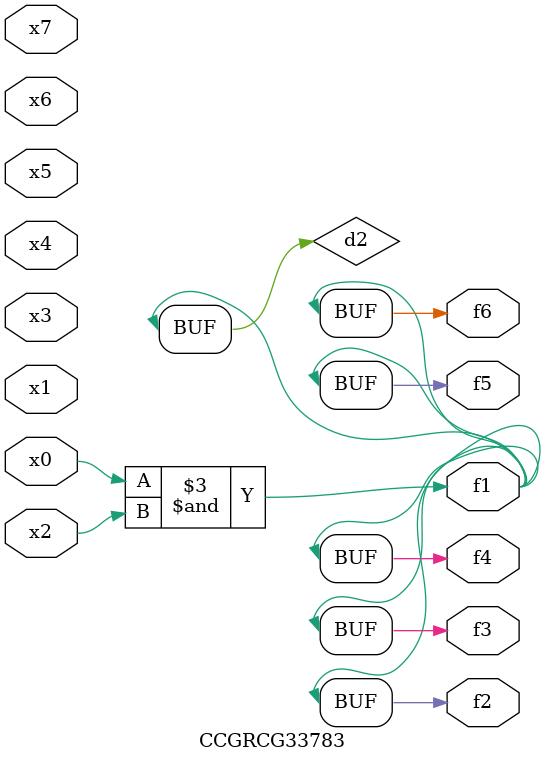
<source format=v>
module CCGRCG33783(
	input x0, x1, x2, x3, x4, x5, x6, x7,
	output f1, f2, f3, f4, f5, f6
);

	wire d1, d2;

	nor (d1, x3, x6);
	and (d2, x0, x2);
	assign f1 = d2;
	assign f2 = d2;
	assign f3 = d2;
	assign f4 = d2;
	assign f5 = d2;
	assign f6 = d2;
endmodule

</source>
